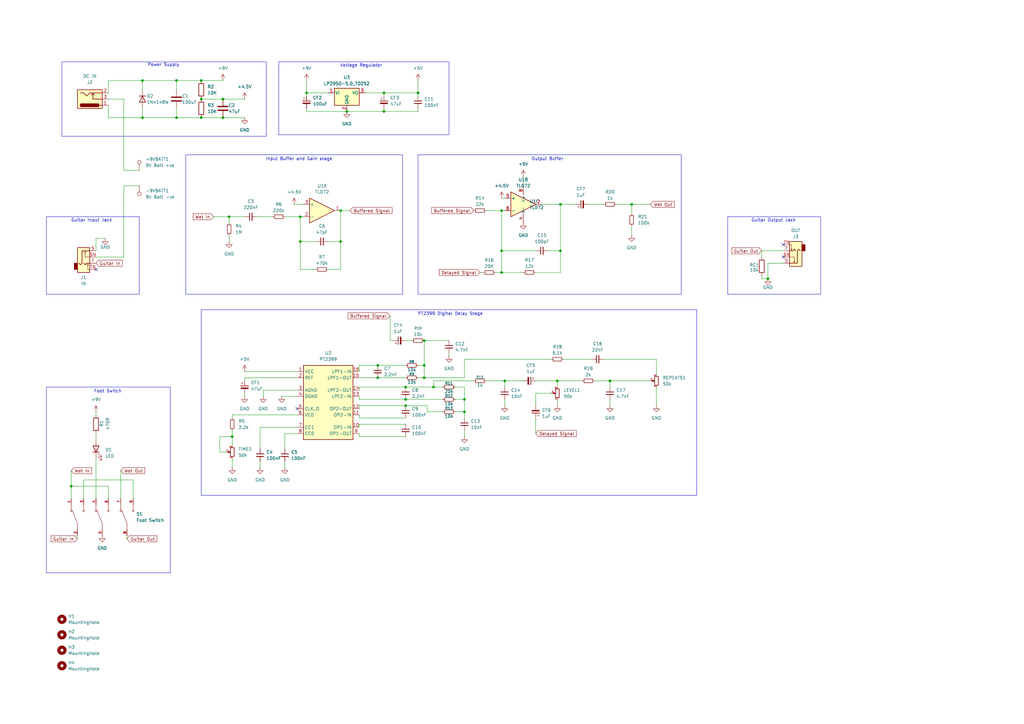
<source format=kicad_sch>
(kicad_sch (version 20250114) (generator "eeschema") (generator_version "9.0")
  (paper "A3")
  (title_block (title "Delay") (rev "1"))
  (lib_symbols
    (symbol "(3PDT) Footswitch:FS57003PLT2B2M2QE" (pin_names (offset 1.016))
      (property "Reference" "S" (at -2.54 15.24 0))
      (property "Value" "FS57003PLT2B2M2QE" (at -2.54 -15.24 0))
      (symbol "FS57003PLT2B2M2QE_0_0"
        (pin passive line (at -7.62 10.16 0) (length 2.54) (name "~") (number "2"))
        (pin passive line (at -7.62 0 0) (length 2.54) (name "~") (number "5"))
        (pin passive line (at -7.62 -10.16 0) (length 2.54) (name "~") (number "8"))
        (pin passive line (at 7.62 12.7 180) (length 2.54) (name "~") (number "1"))
        (pin passive line (at 7.62 7.62 180) (length 2.54) (name "~") (number "3"))
        (pin passive line (at 7.62 2.54 180) (length 2.54) (name "~") (number "4"))
        (pin passive line (at 7.62 -2.54 180) (length 2.54) (name "~") (number "6"))
        (pin passive line (at 7.62 -7.62 180) (length 2.54) (name "~") (number "7"))
        (pin passive line (at 7.62 -12.7 180) (length 2.54) (name "~") (number "9"))
      )
    )
    (symbol "Amplifier_Operational:TL072" (pin_names (offset 0.127))
      (property "Reference" "U" (at 0 5.08 0))
      (property "Value" "TL072" (at 0 -5.08 0))
      (symbol "TL072_1_1"
        (pin input line (at -7.62 2.54 0) (length 2.54) (name "+") (number "3"))
        (pin input line (at -7.62 -2.54 0) (length 2.54) (name "-") (number "2"))
        (pin output line (at 7.62 0 180) (length 2.54) (name "~") (number "1"))
      )
      (symbol "TL072_2_1"
        (pin input line (at -7.62 2.54 0) (length 2.54) (name "+") (number "5"))
        (pin input line (at -7.62 -2.54 0) (length 2.54) (name "-") (number "6"))
        (pin output line (at 7.62 0 180) (length 2.54) (name "~") (number "7"))
      )
      (symbol "TL072_3_1"
        (pin power_in line (at -2.54 7.62 270) (length 3.81) (name "V+") (number "8"))
        (pin power_in line (at -2.54 -7.62 90) (length 3.81) (name "V-") (number "4"))
      )
    )
    (symbol "Audio:PT2399"
      (property "Reference" "U" (at 0 17.78 0))
      (property "Value" "PT2399" (at 0 -17.78 0))
      (symbol "PT2399_1_1"
        (pin power_in line (at -12.7 12.7 0) (length 2.54) (name "VCC") (number "1"))
        (pin passive line (at -12.7 10.16 0) (length 2.54) (name "REF") (number "2"))
        (pin power_in line (at -12.7 5.08 0) (length 2.54) (name "AGND") (number "3"))
        (pin power_in line (at -12.7 2.54 0) (length 2.54) (name "DGND") (number "4"))
        (pin passive line (at -12.7 -2.54 0) (length 2.54) (name "CLK_O") (number "5"))
        (pin passive line (at -12.7 -5.08 0) (length 2.54) (name "VCO") (number "6"))
        (pin passive line (at -12.7 -10.16 0) (length 2.54) (name "CC1") (number "7"))
        (pin passive line (at -12.7 -12.7 0) (length 2.54) (name "CC0") (number "8"))
        (pin input line (at 12.7 12.7 180) (length 2.54) (name "LPF1-IN") (number "16"))
        (pin output line (at 12.7 10.16 180) (length 2.54) (name "LPF1-OUT") (number "15"))
        (pin output line (at 12.7 5.08 180) (length 2.54) (name "LPF2-OUT") (number "14"))
        (pin input line (at 12.7 2.54 180) (length 2.54) (name "LPF2-IN") (number "13"))
        (pin output line (at 12.7 -2.54 180) (length 2.54) (name "OP2-OUT") (number "12"))
        (pin input line (at 12.7 -5.08 180) (length 2.54) (name "OP2-IN") (number "11"))
        (pin input line (at 12.7 -10.16 180) (length 2.54) (name "OP1-IN") (number "10"))
        (pin output line (at 12.7 -12.7 180) (length 2.54) (name "OP1-OUT") (number "9"))
      )
    )
    (symbol "Connector:Barrel_Jack_Switch" (pin_names (hide yes))
      (property "Reference" "J" (at 0 5.334 0))
      (property "Value" "Barrel_Jack_Switch" (at 0 -5.08 0))
      (symbol "Barrel_Jack_Switch_1_1"
        (pin passive line (at 7.62 2.54 180) (length 2.54) (name "~") (number "1"))
        (pin passive line (at 7.62 0 180) (length 2.54) (name "~") (number "3"))
        (pin passive line (at 7.62 -2.54 180) (length 2.54) (name "~") (number "2"))
      )
    )
    (symbol "Connector:TestPoint" (pin_numbers (hide yes)) (pin_names (offset 0.762) (hide yes))
      (property "Reference" "TP" (at 0 6.858 0))
      (property "Value" "TestPoint" (at 0 5.08 0))
      (symbol "TestPoint_1_1"
        (pin passive line (at 0 0 90) (length 2.54) (name "1") (number "1"))
      )
    )
    (symbol "Connector_Audio:AudioJack2_Switch"
      (property "Reference" "J" (at 0 11.43 0))
      (property "Value" "AudioJack2_Switch" (at 0 8.89 0))
      (symbol "AudioJack2_Switch_1_1"
        (pin passive line (at 5.08 5.08 180) (length 2.54) (name "~") (number "S"))
        (pin passive line (at 5.08 2.54 180) (length 2.54) (name "~") (number "SN"))
        (pin passive line (at 5.08 0 180) (length 2.54) (name "~") (number "T"))
        (pin passive line (at 5.08 -2.54 180) (length 2.54) (name "~") (number "TN"))
      )
    )
    (symbol "Device:C" (pin_numbers (hide yes)) (pin_names (offset 0.254))
      (property "Reference" "C" (at 0.635 2.54 0))
      (property "Value" "C" (at 0.635 -2.54 0))
      (symbol "C_1_1"
        (pin passive line (at 0 3.81 270) (length 2.794) (name "~") (number "1"))
        (pin passive line (at 0 -3.81 90) (length 2.794) (name "~") (number "2"))
      )
    )
    (symbol "Device:C_Polarized_Small" (pin_numbers (hide yes)) (pin_names (offset 0.254) (hide yes))
      (property "Reference" "C" (at 0.254 1.778 0))
      (property "Value" "C_Polarized_Small" (at 0.254 -2.032 0))
      (symbol "C_Polarized_Small_1_1"
        (pin passive line (at 0 2.54 270) (length 1.8542) (name "~") (number "1"))
        (pin passive line (at 0 -2.54 90) (length 1.8542) (name "~") (number "2"))
      )
    )
    (symbol "Device:C_Small" (pin_numbers (hide yes)) (pin_names (offset 0.254) (hide yes))
      (property "Reference" "C" (at 0.254 1.778 0))
      (property "Value" "C_Small" (at 0.254 -2.032 0))
      (symbol "C_Small_1_1"
        (pin passive line (at 0 2.54 270) (length 2.032) (name "~") (number "1"))
        (pin passive line (at 0 -2.54 90) (length 2.032) (name "~") (number "2"))
      )
    )
    (symbol "Device:LED" (pin_numbers (hide yes)) (pin_names (offset 1.016) (hide yes))
      (property "Reference" "D" (at 0 2.54 0))
      (property "Value" "LED" (at 0 -2.54 0))
      (symbol "LED_1_1"
        (pin passive line (at -3.81 0 0) (length 2.54) (name "K") (number "1"))
        (pin passive line (at 3.81 0 180) (length 2.54) (name "A") (number "2"))
      )
    )
    (symbol "Device:R" (pin_numbers (hide yes)) (pin_names (offset 0))
      (property "Reference" "R" (at 2.032 0 90))
      (property "Value" "R" (at 0 0 90))
      (symbol "R_1_1"
        (pin passive line (at 0 3.81 270) (length 1.27) (name "~") (number "1"))
        (pin passive line (at 0 -3.81 90) (length 1.27) (name "~") (number "2"))
      )
    )
    (symbol "Device:R_Potentiometer_Small" (pin_names (offset 1.016) (hide yes))
      (property "Reference" "RV" (at -4.445 0 90))
      (property "Value" "R_Potentiometer_Small" (at -2.54 0 90))
      (symbol "R_Potentiometer_Small_1_1"
        (pin passive line (at 0 2.54 270) (length 0.635) (name "1") (number "1"))
        (pin passive line (at 0 -2.54 90) (length 0.635) (name "3") (number "3"))
        (pin passive line (at 2.54 0 180) (length 0.9906) (name "2") (number "2"))
      )
    )
    (symbol "Device:R_Small" (pin_numbers (hide yes)) (pin_names (offset 0.254) (hide yes))
      (property "Reference" "R" (at 0 0 90))
      (property "Value" "R_Small" (at 1.778 0 90))
      (symbol "R_Small_1_1"
        (pin passive line (at 0 2.54 270) (length 0.762) (name "~") (number "1"))
        (pin passive line (at 0 -2.54 90) (length 0.762) (name "~") (number "2"))
      )
    )
    (symbol "Diode:1N4148W" (pin_numbers (hide yes)) (pin_names (hide yes))
      (property "Reference" "D" (at 0 2.54 0))
      (property "Value" "1N4148W" (at 0 -2.54 0))
      (symbol "1N4148W_1_1"
        (pin passive line (at -3.81 0 0) (length 2.54) (name "K") (number "1"))
        (pin passive line (at 3.81 0 180) (length 2.54) (name "A") (number "2"))
      )
    )
    (symbol "Mechanical:MountingHole" (pin_names (offset 1.016)) (in_bom no)
      (property "Reference" "H" (at 0 5.08 0))
      (property "Value" "MountingHole" (at 0 3.175 0))
    )
    (symbol "Regulator_Linear:LP2950-5.0_TO252" (pin_names (offset 0.254))
      (property "Reference" "U" (at -3.81 3.175 0))
      (property "Value" "LP2950-5.0_TO252" (at 0 3.175 0))
      (symbol "LP2950-5.0_TO252_1_1"
        (pin power_in line (at -7.62 0 0) (length 2.54) (name "VI") (number "1"))
        (pin power_in line (at 0 -7.62 90) (length 2.54) (name "GND") (number "2"))
        (pin power_out line (at 7.62 0 180) (length 2.54) (name "VO") (number "3"))
      )
    )
    (symbol "power:+4V" (power) (pin_numbers (hide yes)) (pin_names (offset 0) (hide yes))
      (property "Value" "+4V" (at 0 3.556 0))
      (symbol "+4V_1_1"
        (pin power_in line (at 0 0 90) (length 0) (name "~") (number "1"))
      )
    )
    (symbol "power:+5V" (power) (pin_numbers (hide yes)) (pin_names (offset 0) (hide yes))
      (property "Value" "+5V" (at 0 3.556 0))
      (symbol "+5V_1_1"
        (pin power_in line (at 0 0 90) (length 0) (name "~") (number "1"))
      )
    )
    (symbol "power:+9V" (power) (pin_numbers (hide yes)) (pin_names (offset 0) (hide yes))
      (property "Value" "+9V" (at 0 3.556 0))
      (symbol "+9V_1_1"
        (pin power_in line (at 0 0 90) (length 0) (name "~") (number "1"))
      )
    )
    (symbol "power:GND" (power) (pin_numbers (hide yes)) (pin_names (offset 0) (hide yes))
      (property "Value" "GND" (at 0 -3.81 0))
      (symbol "GND_1_1"
        (pin power_in line (at 0 0 270) (length 0) (name "~") (number "1"))
      )
    )
  )
  (rectangle (start 19.05 88.9) (end 57.15 120.65))
  (rectangle (start 19.05 158.75) (end 69.85 234.95))
  (rectangle (start 171.45 63.5) (end 279.4 120.65))
  (rectangle (start 82.55 127) (end 285.75 203.2))
  (rectangle (start 76.2 63.5) (end 165.1 120.65))
  (rectangle (start 114.3 25.4) (end 184.15 55.245))
  (rectangle (start 25.4 25.4) (end 109.22 55.88))
  (rectangle (start 298.45 88.9) (end 336.55 120.65))
  (text "Guitar Output Jack" (at 317.246 90.424 0) (effects (font (size 1.27 1.27))))
  (text "Voltage Regulator\n" (at 148.082 26.924 0) (effects (font (size 1.27 1.27))))
  (text "Guitar Input Jack\n" (at 37.592 90.424 0) (effects (font (size 1.27 1.27))))
  (text "Foot Switch " (at 44.704 160.528 0) (effects (font (size 1.27 1.27))))
  (text "Power Supply" (at 67.056 26.67 0) (effects (font (size 1.27 1.27))))
  (text "Output Buffer\n" (at 224.536 65.278 0) (effects (font (size 1.27 1.27))))
  (text "Input Buffer and Gain stage\n" (at 122.682 65.278 0) (effects (font (size 1.27 1.27))))
  (text "PT2399 Digital Delay Stage" (at 184.658 128.778 0) (effects (font (size 1.27 1.27))))
  (junction (at 125.73 38.1))
  (junction (at 259.08 83.82))
  (junction (at 173.99 154.94))
  (junction (at 190.5 168.91))
  (junction (at 72.39 48.26))
  (junction (at 166.37 166.37))
  (junction (at 154.94 149.86))
  (junction (at 91.44 40.64))
  (junction (at 93.98 88.9))
  (junction (at 142.24 45.72))
  (junction (at 205.74 102.87))
  (junction (at 123.19 99.06))
  (junction (at 72.39 33.02))
  (junction (at 29.21 199.39))
  (junction (at 166.37 158.75))
  (junction (at 82.55 48.26))
  (junction (at 173.99 139.7))
  (junction (at 58.42 33.02))
  (junction (at 314.96 114.3))
  (junction (at 205.74 86.36))
  (junction (at 58.42 48.26))
  (junction (at 177.8 158.75))
  (junction (at 171.45 38.1))
  (junction (at 82.55 33.02))
  (junction (at 139.7 99.06))
  (junction (at 139.7 86.36))
  (junction (at 250.19 156.21))
  (junction (at 207.01 156.21))
  (junction (at 157.48 38.1))
  (junction (at 166.37 163.83))
  (junction (at 91.44 48.26))
  (junction (at 229.87 102.87))
  (junction (at 123.19 88.9))
  (junction (at 82.55 40.64))
  (junction (at 228.6 156.21))
  (junction (at 157.48 45.72))
  (junction (at 190.5 163.83))
  (junction (at 205.74 111.76))
  (junction (at 229.87 83.82))
  (junction (at 95.25 179.07))
  (junction (at 154.94 154.94))
  (junction (at 173.99 149.86))
  (no_connect (at 39.37 110.49))
  (no_connect (at 121.92 167.64))
  (no_connect (at 321.31 100.33))
  (no_connect (at 321.31 105.41))
  (wire (pts (xy 250.19 163.83) (xy 250.19 166.37)))
  (wire (pts (xy 269.24 147.32) (xy 269.24 153.67)))
  (wire (pts (xy 134.62 110.49) (xy 139.7 110.49)))
  (wire (pts (xy 154.94 154.94) (xy 166.37 154.94)))
  (wire (pts (xy 82.55 33.02) (xy 91.44 33.02)))
  (wire (pts (xy 107.95 160.02) (xy 121.92 160.02)))
  (wire (pts (xy 190.5 147.32) (xy 226.06 147.32)))
  (wire (pts (xy 72.39 44.45) (xy 72.39 48.26)))
  (wire (pts (xy 50.8 40.64) (xy 50.8 69.85)))
  (wire (pts (xy 203.2 111.76) (xy 205.74 111.76)))
  (wire (pts (xy 219.71 111.76) (xy 229.87 111.76)))
  (wire (pts (xy 231.14 147.32) (xy 242.57 147.32)))
  (wire (pts (xy 181.61 168.91) (xy 175.26 168.91)))
  (wire (pts (xy 171.45 38.1) (xy 171.45 33.02)))
  (wire (pts (xy 312.42 114.3) (xy 314.96 114.3)))
  (wire (pts (xy 173.99 149.86) (xy 173.99 154.94)))
  (wire (pts (xy 207.01 156.21) (xy 214.63 156.21)))
  (wire (pts (xy 147.32 149.86) (xy 154.94 149.86)))
  (wire (pts (xy 171.45 44.45) (xy 171.45 45.72)))
  (wire (pts (xy 39.37 177.8) (xy 39.37 180.34)))
  (wire (pts (xy 123.19 88.9) (xy 124.46 88.9)))
  (wire (pts (xy 90.17 185.42) (xy 90.17 179.07)))
  (wire (pts (xy 58.42 33.02) (xy 58.42 36.83)))
  (wire (pts (xy 44.45 38.1) (xy 44.45 33.02)))
  (wire (pts (xy 259.08 87.63) (xy 259.08 83.82)))
  (wire (pts (xy 312.42 102.87) (xy 312.42 105.41)))
  (wire (pts (xy 95.25 176.53) (xy 95.25 179.07)))
  (wire (pts (xy 129.54 110.49) (xy 123.19 110.49)))
  (wire (pts (xy 39.37 187.96) (xy 39.37 204.47)))
  (wire (pts (xy 196.85 111.76) (xy 198.12 111.76)))
  (wire (pts (xy 259.08 92.71) (xy 259.08 96.52)))
  (wire (pts (xy 228.6 158.75) (xy 228.6 156.21)))
  (wire (pts (xy 321.31 107.95) (xy 314.96 107.95)))
  (wire (pts (xy 125.73 45.72) (xy 142.24 45.72)))
  (wire (pts (xy 72.39 33.02) (xy 72.39 36.83)))
  (wire (pts (xy 91.44 48.26) (xy 100.33 48.26)))
  (wire (pts (xy 29.21 204.47) (xy 29.21 199.39)))
  (wire (pts (xy 82.55 48.26) (xy 91.44 48.26)))
  (wire (pts (xy 44.45 33.02) (xy 58.42 33.02)))
  (wire (pts (xy 171.45 38.1) (xy 171.45 39.37)))
  (wire (pts (xy 229.87 83.82) (xy 222.25 83.82)))
  (wire (pts (xy 93.98 96.52) (xy 93.98 99.06)))
  (wire (pts (xy 186.69 158.75) (xy 190.5 158.75)))
  (wire (pts (xy 173.99 149.86) (xy 171.45 149.86)))
  (wire (pts (xy 87.63 88.9) (xy 93.98 88.9)))
  (wire (pts (xy 95.25 170.18) (xy 95.25 171.45)))
  (wire (pts (xy 199.39 156.21) (xy 207.01 156.21)))
  (wire (pts (xy 157.48 44.45) (xy 157.48 45.72)))
  (wire (pts (xy 205.74 86.36) (xy 205.74 102.87)))
  (wire (pts (xy 166.37 139.7) (xy 168.91 139.7)))
  (wire (pts (xy 219.71 166.37) (xy 219.71 161.29)))
  (wire (pts (xy 142.24 45.72) (xy 157.48 45.72)))
  (wire (pts (xy 134.62 99.06) (xy 139.7 99.06)))
  (wire (pts (xy 190.5 163.83) (xy 190.5 168.91)))
  (wire (pts (xy 147.32 152.4) (xy 147.32 149.86)))
  (wire (pts (xy 228.6 156.21) (xy 238.76 156.21)))
  (wire (pts (xy 186.69 163.83) (xy 190.5 163.83)))
  (wire (pts (xy 214.63 111.76) (xy 205.74 111.76)))
  (wire (pts (xy 259.08 83.82) (xy 252.73 83.82)))
  (wire (pts (xy 139.7 86.36) (xy 139.7 99.06)))
  (wire (pts (xy 147.32 166.37) (xy 166.37 166.37)))
  (wire (pts (xy 29.21 199.39) (xy 29.21 193.04)))
  (wire (pts (xy 34.29 196.85) (xy 34.29 204.47)))
  (wire (pts (xy 82.55 40.64) (xy 91.44 40.64)))
  (wire (pts (xy 125.73 33.02) (xy 125.73 38.1)))
  (wire (pts (xy 116.84 189.23) (xy 116.84 191.77)))
  (wire (pts (xy 39.37 168.91) (xy 39.37 170.18)))
  (wire (pts (xy 116.84 88.9) (xy 123.19 88.9)))
  (wire (pts (xy 243.84 156.21) (xy 250.19 156.21)))
  (wire (pts (xy 100.33 154.94) (xy 121.92 154.94)))
  (wire (pts (xy 49.53 204.47) (xy 49.53 193.04)))
  (wire (pts (xy 205.74 102.87) (xy 205.74 111.76)))
  (wire (pts (xy 100.33 161.29) (xy 100.33 162.56)))
  (wire (pts (xy 160.02 129.54) (xy 160.02 139.7)))
  (wire (pts (xy 175.26 166.37) (xy 166.37 166.37)))
  (wire (pts (xy 116.84 177.8) (xy 121.92 177.8)))
  (wire (pts (xy 120.65 83.82) (xy 124.46 83.82)))
  (wire (pts (xy 166.37 163.83) (xy 181.61 163.83)))
  (wire (pts (xy 229.87 102.87) (xy 229.87 111.76)))
  (wire (pts (xy 177.8 156.21) (xy 194.31 156.21)))
  (wire (pts (xy 229.87 83.82) (xy 229.87 102.87)))
  (wire (pts (xy 44.45 48.26) (xy 58.42 48.26)))
  (wire (pts (xy 125.73 38.1) (xy 125.73 39.37)))
  (wire (pts (xy 177.8 158.75) (xy 181.61 158.75)))
  (wire (pts (xy 93.98 88.9) (xy 100.33 88.9)))
  (wire (pts (xy 147.32 158.75) (xy 166.37 158.75)))
  (wire (pts (xy 72.39 33.02) (xy 82.55 33.02)))
  (wire (pts (xy 157.48 38.1) (xy 171.45 38.1)))
  (wire (pts (xy 190.5 168.91) (xy 190.5 171.45)))
  (wire (pts (xy 129.54 99.06) (xy 123.19 99.06)))
  (wire (pts (xy 90.17 179.07) (xy 95.25 179.07)))
  (wire (pts (xy 58.42 48.26) (xy 72.39 48.26)))
  (wire (pts (xy 52.07 220.98) (xy 52.07 219.71)))
  (wire (pts (xy 173.99 139.7) (xy 173.99 149.86)))
  (wire (pts (xy 139.7 99.06) (xy 139.7 110.49)))
  (wire (pts (xy 50.8 76.2) (xy 50.8 105.41)))
  (wire (pts (xy 58.42 33.02) (xy 72.39 33.02)))
  (wire (pts (xy 173.99 139.7) (xy 184.15 139.7)))
  (wire (pts (xy 34.29 196.85) (xy 54.61 196.85)))
  (wire (pts (xy 125.73 38.1) (xy 134.62 38.1)))
  (wire (pts (xy 39.37 97.79) (xy 39.37 102.87)))
  (wire (pts (xy 205.74 81.28) (xy 207.01 81.28)))
  (wire (pts (xy 175.26 168.91) (xy 175.26 166.37)))
  (wire (pts (xy 54.61 196.85) (xy 54.61 204.47)))
  (wire (pts (xy 100.33 156.21) (xy 100.33 154.94)))
  (wire (pts (xy 72.39 48.26) (xy 82.55 48.26)))
  (wire (pts (xy 147.32 163.83) (xy 147.32 162.56)))
  (wire (pts (xy 154.94 149.86) (xy 166.37 149.86)))
  (wire (pts (xy 147.32 154.94) (xy 154.94 154.94)))
  (wire (pts (xy 50.8 69.85) (xy 57.15 69.85)))
  (wire (pts (xy 186.69 168.91) (xy 190.5 168.91)))
  (wire (pts (xy 107.95 162.56) (xy 107.95 160.02)))
  (wire (pts (xy 143.51 86.36) (xy 139.7 86.36)))
  (wire (pts (xy 207.01 158.75) (xy 207.01 156.21)))
  (wire (pts (xy 116.84 184.15) (xy 116.84 177.8)))
  (wire (pts (xy 224.79 102.87) (xy 229.87 102.87)))
  (wire (pts (xy 50.8 105.41) (xy 39.37 105.41)))
  (wire (pts (xy 147.32 179.07) (xy 166.37 179.07)))
  (wire (pts (xy 147.32 177.8) (xy 147.32 179.07)))
  (wire (pts (xy 312.42 114.3) (xy 312.42 113.03)))
  (wire (pts (xy 214.63 72.39) (xy 214.63 76.2)))
  (wire (pts (xy 219.71 102.87) (xy 205.74 102.87)))
  (wire (pts (xy 219.71 171.45) (xy 219.71 177.8)))
  (wire (pts (xy 123.19 110.49) (xy 123.19 99.06)))
  (wire (pts (xy 241.3 83.82) (xy 247.65 83.82)))
  (wire (pts (xy 105.41 88.9) (xy 111.76 88.9)))
  (wire (pts (xy 166.37 158.75) (xy 177.8 158.75)))
  (wire (pts (xy 95.25 187.96) (xy 95.25 191.77)))
  (wire (pts (xy 173.99 154.94) (xy 171.45 154.94)))
  (wire (pts (xy 219.71 156.21) (xy 228.6 156.21)))
  (wire (pts (xy 31.75 220.98) (xy 31.75 219.71)))
  (wire (pts (xy 259.08 83.82) (xy 266.7 83.82)))
  (wire (pts (xy 121.92 175.26) (xy 106.68 175.26)))
  (wire (pts (xy 147.32 166.37) (xy 147.32 167.64)))
  (wire (pts (xy 160.02 139.7) (xy 161.29 139.7)))
  (wire (pts (xy 147.32 158.75) (xy 147.32 160.02)))
  (wire (pts (xy 250.19 156.21) (xy 250.19 158.75)))
  (wire (pts (xy 115.57 162.56) (xy 121.92 162.56)))
  (wire (pts (xy 147.32 173.99) (xy 147.32 175.26)))
  (wire (pts (xy 184.15 144.78) (xy 184.15 146.05)))
  (wire (pts (xy 100.33 152.4) (xy 121.92 152.4)))
  (wire (pts (xy 106.68 175.26) (xy 106.68 184.15)))
  (wire (pts (xy 147.32 171.45) (xy 166.37 171.45)))
  (wire (pts (xy 199.39 86.36) (xy 205.74 86.36)))
  (wire (pts (xy 58.42 48.26) (xy 58.42 44.45)))
  (wire (pts (xy 50.8 76.2) (xy 57.15 76.2)))
  (wire (pts (xy 247.65 147.32) (xy 269.24 147.32)))
  (wire (pts (xy 39.37 97.79) (xy 43.18 97.79)))
  (wire (pts (xy 123.19 88.9) (xy 123.19 99.06)))
  (wire (pts (xy 177.8 158.75) (xy 177.8 156.21)))
  (wire (pts (xy 269.24 158.75) (xy 269.24 166.37)))
  (wire (pts (xy 90.17 185.42) (xy 92.71 185.42)))
  (wire (pts (xy 91.44 40.64) (xy 100.33 40.64)))
  (wire (pts (xy 190.5 158.75) (xy 190.5 163.83)))
  (wire (pts (xy 147.32 163.83) (xy 166.37 163.83)))
  (wire (pts (xy 219.71 161.29) (xy 226.06 161.29)))
  (wire (pts (xy 50.8 40.64) (xy 44.45 40.64)))
  (wire (pts (xy 190.5 154.94) (xy 190.5 147.32)))
  (wire (pts (xy 125.73 44.45) (xy 125.73 45.72)))
  (wire (pts (xy 190.5 176.53) (xy 190.5 179.07)))
  (wire (pts (xy 228.6 166.37) (xy 228.6 163.83)))
  (wire (pts (xy 207.01 163.83) (xy 207.01 166.37)))
  (wire (pts (xy 44.45 204.47) (xy 44.45 199.39)))
  (wire (pts (xy 205.74 86.36) (xy 207.01 86.36)))
  (wire (pts (xy 106.68 189.23) (xy 106.68 191.77)))
  (wire (pts (xy 157.48 45.72) (xy 171.45 45.72)))
  (wire (pts (xy 312.42 102.87) (xy 321.31 102.87)))
  (wire (pts (xy 149.86 38.1) (xy 157.48 38.1)))
  (wire (pts (xy 173.99 154.94) (xy 190.5 154.94)))
  (wire (pts (xy 314.96 107.95) (xy 314.96 114.3)))
  (wire (pts (xy 266.7 156.21) (xy 250.19 156.21)))
  (wire (pts (xy 93.98 91.44) (xy 93.98 88.9)))
  (wire (pts (xy 147.32 173.99) (xy 166.37 173.99)))
  (wire (pts (xy 44.45 199.39) (xy 29.21 199.39)))
  (wire (pts (xy 229.87 83.82) (xy 236.22 83.82)))
  (wire (pts (xy 44.45 43.18) (xy 44.45 48.26)))
  (wire (pts (xy 157.48 38.1) (xy 157.48 39.37)))
  (wire (pts (xy 147.32 170.18) (xy 147.32 171.45)))
  (wire (pts (xy 95.25 179.07) (xy 95.25 182.88)))
  (wire (pts (xy 95.25 170.18) (xy 121.92 170.18)))
  (global_label "Guitar In" (shape input) (at 39.37 107.95 0) (property "Intersheetrefs" "${INTERSHEET_REFS}" (effects (hide yes))))
  (global_label "Wet Out" (shape input) (at 266.7 83.82 0) (property "Intersheetrefs" "${INTERSHEET_REFS}" (effects (hide yes))))
  (global_label "Delayed Signal" (shape input) (at 196.85 111.76 180) (property "Intersheetrefs" "${INTERSHEET_REFS}" (effects (hide yes))))
  (global_label "Guitar Out" (shape input) (at 52.07 220.98 0) (property "Intersheetrefs" "${INTERSHEET_REFS}" (effects (hide yes))))
  (global_label "Buffered Signal" (shape input) (at 160.02 129.54 180) (property "Intersheetrefs" "${INTERSHEET_REFS}" (effects (hide yes))))
  (global_label "Wet Out" (shape input) (at 49.53 193.04 0) (property "Intersheetrefs" "${INTERSHEET_REFS}" (effects (hide yes))))
  (global_label "Buffered Signal" (shape input) (at 143.51 86.36 0) (property "Intersheetrefs" "${INTERSHEET_REFS}" (effects (hide yes))))
  (global_label "Buffered Signal" (shape input) (at 194.31 86.36 180) (property "Intersheetrefs" "${INTERSHEET_REFS}" (effects (hide yes))))
  (global_label "Wet In" (shape input) (at 29.21 193.04 0) (property "Intersheetrefs" "${INTERSHEET_REFS}" (effects (hide yes))))
  (global_label "Guitar In" (shape input) (at 31.75 220.98 180) (property "Intersheetrefs" "${INTERSHEET_REFS}" (effects (hide yes))))
  (global_label "Guitar Out" (shape input) (at 312.42 102.87 180) (property "Intersheetrefs" "${INTERSHEET_REFS}" (effects (hide yes))))
  (global_label "Wet In" (shape input) (at 87.63 88.9 180) (property "Intersheetrefs" "${INTERSHEET_REFS}" (effects (hide yes))))
  (global_label "Delayed Signal" (shape input) (at 219.71 177.8 0) (property "Intersheetrefs" "${INTERSHEET_REFS}" (effects (hide yes))))
  (symbol (lib_id "Device:R_Potentiometer_Small") (at 228.6 161.29 180) (unit 1)
    (property "Reference" "LEVEL1" (at 231.14 160.02 0) (effects (justify right)))
    (property "Value" "50k" (at 231.14 162.5599 0) (effects (justify right)))
    (property "Footprint" "Potentiometer_THT:Potentiometer_RK097_Single_Vertical" (effects (hide yes)))
    (property "Description" "Potentiometer" (effects (hide yes)))
  )
  (symbol (lib_id "Device:R_Small") (at 259.08 90.17 0) (unit 1)
    (property "Reference" "R21" (at 261.62 88.8999 0) (effects (justify left)))
    (property "Value" "100k" (at 261.62 91.4399 0) (effects (justify left)))
    (property "Footprint" "Resistor_SMD:R_0603_1608Metric" (effects (hide yes)))
    (property "Description" "Resistor, small symbol" (effects (hide yes)))
  )
  (symbol (lib_id "Device:R_Small") (at 217.17 111.76 270) (unit 1)
    (property "Reference" "R17" (at 217.17 106.68 90))
    (property "Value" "12k" (at 217.17 109.22 90))
    (property "Footprint" "Resistor_SMD:R_0603_1608Metric" (effects (hide yes)))
    (property "Description" "Resistor, small symbol" (effects (hide yes)))
  )
  (symbol (lib_id "power:GND") (at 142.24 45.72 0) (unit 1)
    (property "Reference" "#PWR017" (effects (hide yes)))
    (property "Value" "GND" (at 142.24 50.8 0))
    (property "Description" "Power symbol creates a global label with name \"GND\" , ground" (effects (hide yes)))
  )
  (symbol (lib_id "Device:R_Small") (at 168.91 154.94 270) (unit 1)
    (property "Reference" "R9" (at 168.91 153.416 90) (effects (font (size 1.016 1.016))))
    (property "Value" "10k" (at 168.91 156.718 90))
    (property "Footprint" "Resistor_SMD:R_0603_1608Metric" (effects (hide yes)))
    (property "Description" "Resistor, small symbol" (effects (hide yes)))
  )
  (symbol (lib_id "Diode:1N4148W") (at 58.42 40.64 270) (unit 1)
    (property "Reference" "D2" (at 60.198 39.37 90) (effects (justify left)))
    (property "Value" "1N4148W" (at 60.198 41.91 90) (effects (justify left)))
    (property "Footprint" "Diode_SMD:D_SOD-123" (effects (hide yes)))
    (property "Datasheet" "https://www.vishay.com/docs/85748/1n4148w.pdf" (effects (hide yes)))
    (property "Description" "75V 0.15A Fast Switching Diode, SOD-123" (effects (hide yes)))
    (property "Sim.Device" "D" (effects (hide yes)))
    (property "Sim.Pins" "1=K 2=A" (effects (hide yes)))
  )
  (symbol (lib_id "Device:R_Small") (at 241.3 156.21 270) (unit 1)
    (property "Reference" "R19" (at 241.3 151.13 90))
    (property "Value" "2k" (at 241.3 153.67 90))
    (property "Footprint" "Resistor_SMD:R_0603_1608Metric" (effects (hide yes)))
    (property "Description" "Resistor, small symbol" (effects (hide yes)))
  )
  (symbol (lib_id "power:GND") (at 228.6 166.37 0) (unit 1)
    (property "Reference" "#PWR025" (effects (hide yes)))
    (property "Value" "GND" (at 228.6 171.45 0))
    (property "Description" "Power symbol creates a global label with name \"GND\" , ground" (effects (hide yes)))
  )
  (symbol (lib_id "power:GND") (at 250.19 166.37 0) (unit 1)
    (property "Reference" "#PWR026" (effects (hide yes)))
    (property "Value" "GND" (at 250.19 171.45 0))
    (property "Description" "Power symbol creates a global label with name \"GND\" , ground" (effects (hide yes)))
  )
  (symbol (lib_id "Device:R_Small") (at 114.3 88.9 270) (unit 1)
    (property "Reference" "R6" (at 114.3 83.82 90))
    (property "Value" "220k" (at 114.3 86.36 90))
    (property "Footprint" "Resistor_SMD:R_0603_1608Metric" (effects (hide yes)))
    (property "Description" "Resistor, small symbol" (effects (hide yes)))
  )
  (symbol (lib_id "Device:R") (at 82.55 36.83 0) (unit 1)
    (property "Reference" "R2" (at 85.09 35.5599 0) (effects (justify left)))
    (property "Value" "10K" (at 85.09 38.0999 0) (effects (justify left)))
    (property "Footprint" "Resistor_SMD:R_0603_1608Metric" (effects (hide yes)))
    (property "Description" "Resistor" (effects (hide yes)))
  )
  (symbol (lib_id "Device:R_Small") (at 184.15 163.83 270) (unit 1)
    (property "Reference" "R12" (at 184.15 162.306 90) (effects (font (size 1.016 1.016))))
    (property "Value" "10k" (at 184.15 165.608 90))
    (property "Footprint" "Resistor_SMD:R_0603_1608Metric" (effects (hide yes)))
    (property "Description" "Resistor, small symbol" (effects (hide yes)))
  )
  (symbol (lib_id "power:+9V") (at 214.63 72.39 0) (unit 1)
    (property "Reference" "#PWR023" (effects (hide yes)))
    (property "Value" "+9V" (at 214.63 67.31 0))
    (property "Description" "Power symbol creates a global label with name \"+9V\"" (effects (hide yes)))
  )
  (symbol (lib_id "Device:R") (at 82.55 44.45 0) (unit 1)
    (property "Reference" "R3" (at 85.09 43.1799 0) (effects (justify left)))
    (property "Value" "10K" (at 85.09 45.7199 0) (effects (justify left)))
    (property "Footprint" "Resistor_SMD:R_0603_1608Metric" (effects (hide yes)))
    (property "Description" "Resistor" (effects (hide yes)))
  )
  (symbol (lib_id "Device:R_Small") (at 184.15 168.91 270) (unit 1)
    (property "Reference" "R13" (at 184.15 167.386 90) (effects (font (size 1.016 1.016))))
    (property "Value" "10k" (at 184.15 170.688 90))
    (property "Footprint" "Resistor_SMD:R_0603_1608Metric" (effects (hide yes)))
    (property "Description" "Resistor, small symbol" (effects (hide yes)))
  )
  (symbol (lib_id "power:GND") (at 214.63 91.44 0) (unit 1)
    (property "Reference" "#PWR024" (effects (hide yes)))
    (property "Value" "GND" (at 214.63 96.52 0))
    (property "Description" "Power symbol creates a global label with name \"GND\" , ground" (effects (hide yes)))
  )
  (symbol (lib_id "Device:R_Small") (at 95.25 173.99 180) (unit 1)
    (property "Reference" "R5" (at 97.79 172.7199 0) (effects (justify right)))
    (property "Value" "2.2k" (at 97.79 175.2599 0) (effects (justify right)))
    (property "Footprint" "Resistor_SMD:R_0603_1608Metric" (effects (hide yes)))
    (property "Description" "Resistor, small symbol" (effects (hide yes)))
  )
  (symbol (lib_id "Amplifier_Operational:TL072") (at 217.17 83.82 0) (unit 3)
    (property "Reference" "U1" (at 217.17 82.55 0) (effects (justify left)))
    (property "Value" "TL072" (at 217.17 85.09 0) (effects (justify left)))
    (property "Footprint" "Package_SO:SOIC-8_5.3x6.2mm_P1.27mm" (effects (hide yes)))
    (property "Datasheet" "http://www.ti.com/lit/ds/symlink/tl071.pdf" (effects (hide yes)))
    (property "Description" "Dual Low-Noise JFET-Input Operational Amplifiers, DIP-8/SOIC-8" (effects (hide yes)))
  )
  (symbol (lib_id "Device:R_Small") (at 168.91 149.86 270) (unit 1)
    (property "Reference" "R8" (at 168.91 148.336 90) (effects (font (size 1.016 1.016))))
    (property "Value" "10k" (at 168.91 151.638 90))
    (property "Footprint" "Resistor_SMD:R_0603_1608Metric" (effects (hide yes)))
    (property "Description" "Resistor, small symbol" (effects (hide yes)))
  )
  (symbol (lib_id "Device:C_Small") (at 166.37 168.91 0) (unit 1)
    (property "Reference" "C9" (at 168.91 167.6462 0) (effects (justify left)))
    (property "Value" "100nF" (at 168.91 170.1862 0) (effects (justify left)))
    (property "Footprint" "Capacitor_SMD:C_0603_1608Metric" (effects (hide yes)))
    (property "Description" "Unpolarized capacitor, small symbol" (effects (hide yes)))
  )
  (symbol (lib_id "power:+4V") (at 205.74 81.28 0) (unit 1)
    (property "Reference" "#PWR021" (effects (hide yes)))
    (property "Value" "+4.5V" (at 205.74 76.2 0))
    (property "Description" "Power symbol creates a global label with name \"+4V\"" (effects (hide yes)))
  )
  (symbol (lib_id "Mechanical:MountingHole") (at 25.4 273.05 0) (unit 1) (in_bom no)
    (property "Reference" "H4" (at 27.94 271.7799 0) (effects (justify left)))
    (property "Value" "MountingHole" (at 27.94 274.3199 0) (effects (justify left)))
    (property "Footprint" "MountingHole:MountingHole_3.2mm_M3_Pad_Via" (effects (hide yes)))
    (property "Description" "Mounting Hole without connection" (effects (hide yes)))
  )
  (symbol (lib_id "power:GND") (at 314.96 114.3 0) (unit 1)
    (property "Reference" "#PWR029" (effects (hide yes)))
    (property "Value" "GND" (at 314.96 117.856 0))
    (property "Description" "Power symbol creates a global label with name \"GND\" , ground" (effects (hide yes)))
  )
  (symbol (lib_id "power:GND") (at 184.15 146.05 0) (unit 1)
    (property "Reference" "#PWR019" (effects (hide yes)))
    (property "Value" "GND" (at 184.15 151.13 0))
    (property "Description" "Power symbol creates a global label with name \"GND\" , ground" (effects (hide yes)))
  )
  (symbol (lib_id "Device:R_Small") (at 228.6 147.32 270) (unit 1)
    (property "Reference" "R18" (at 228.6 142.24 90))
    (property "Value" "5.1k" (at 228.6 144.78 90))
    (property "Footprint" "Resistor_SMD:R_0603_1608Metric" (effects (hide yes)))
    (property "Description" "Resistor, small symbol" (effects (hide yes)))
  )
  (symbol (lib_id "power:GND") (at 190.5 179.07 0) (unit 1)
    (property "Reference" "#PWR020" (effects (hide yes)))
    (property "Value" "GND" (at 190.5 184.15 0))
    (property "Description" "Power symbol creates a global label with name \"GND\" , ground" (effects (hide yes)))
  )
  (symbol (lib_id "Device:C_Small") (at 116.84 186.69 0) (unit 1)
    (property "Reference" "C5" (at 119.38 185.4262 0) (effects (justify left)))
    (property "Value" "100nF" (at 119.38 187.9662 0) (effects (justify left)))
    (property "Footprint" "Capacitor_SMD:C_0603_1608Metric" (effects (hide yes)))
    (property "Description" "Unpolarized capacitor, small symbol" (effects (hide yes)))
  )
  (symbol (lib_id "Device:R_Small") (at 250.19 83.82 270) (unit 1)
    (property "Reference" "R20" (at 250.19 78.74 90))
    (property "Value" "1k" (at 250.19 81.28 90))
    (property "Footprint" "Resistor_SMD:R_0603_1608Metric" (effects (hide yes)))
    (property "Description" "Resistor, small symbol" (effects (hide yes)))
  )
  (symbol (lib_id "Device:C_Small") (at 184.15 142.24 0) (unit 1)
    (property "Reference" "C12" (at 186.69 140.9762 0) (effects (justify left)))
    (property "Value" "4.7nF" (at 186.69 143.5162 0) (effects (justify left)))
    (property "Footprint" "Capacitor_SMD:C_0603_1608Metric" (effects (hide yes)))
    (property "Description" "Unpolarized capacitor, small symbol" (effects (hide yes)))
  )
  (symbol (lib_id "Mechanical:MountingHole") (at 25.4 254 0) (unit 1) (in_bom no)
    (property "Reference" "H1" (at 27.94 252.7299 0) (effects (justify left)))
    (property "Value" "MountingHole" (at 27.94 255.2699 0) (effects (justify left)))
    (property "Footprint" "MountingHole:MountingHole_3.2mm_M3_Pad_Via" (effects (hide yes)))
    (property "Description" "Mounting Hole without connection" (effects (hide yes)))
  )
  (symbol (lib_id "Device:R_Small") (at 132.08 110.49 270) (unit 1)
    (property "Reference" "R7" (at 132.08 105.41 90))
    (property "Value" "470k" (at 132.08 107.95 90))
    (property "Footprint" "Resistor_SMD:R_0603_1608Metric" (effects (hide yes)))
    (property "Description" "Resistor, small symbol" (effects (hide yes)))
  )
  (symbol (lib_id "power:+5V") (at 100.33 152.4 0) (unit 1)
    (property "Reference" "#PWR09" (effects (hide yes)))
    (property "Value" "+5V" (at 100.33 147.32 0))
    (property "Description" "Power symbol creates a global label with name \"+5V\"" (effects (hide yes)))
  )
  (symbol (lib_id "Device:R_Small") (at 93.98 93.98 180) (unit 1)
    (property "Reference" "R4" (at 96.52 92.7099 0) (effects (justify right)))
    (property "Value" "1M" (at 96.52 95.2499 0) (effects (justify right)))
    (property "Footprint" "Resistor_SMD:R_0603_1608Metric" (effects (hide yes)))
    (property "Description" "Resistor, small symbol" (effects (hide yes)))
  )
  (symbol (lib_id "power:GND") (at 259.08 96.52 0) (unit 1)
    (property "Reference" "#PWR027" (effects (hide yes)))
    (property "Value" "GND" (at 259.08 101.6 0))
    (property "Description" "Power symbol creates a global label with name \"GND\" , ground" (effects (hide yes)))
  )
  (symbol (lib_id "Device:C_Small") (at 245.11 147.32 90) (unit 1)
    (property "Reference" "C16" (at 245.1163 140.97 90))
    (property "Value" "22nF" (at 245.1163 143.51 90))
    (property "Footprint" "Capacitor_SMD:C_0603_1608Metric" (effects (hide yes)))
    (property "Description" "Unpolarized capacitor, small symbol" (effects (hide yes)))
  )
  (symbol (lib_id "Amplifier_Operational:TL072") (at 132.08 86.36 0) (unit 1)
    (property "Reference" "U1" (at 132.08 76.2 0))
    (property "Value" "TL072" (at 132.08 78.74 0))
    (property "Footprint" "Package_SO:SOIC-8_5.3x6.2mm_P1.27mm" (effects (hide yes)))
    (property "Datasheet" "http://www.ti.com/lit/ds/symlink/tl071.pdf" (effects (hide yes)))
    (property "Description" "Dual Low-Noise JFET-Input Operational Amplifiers, DIP-8/SOIC-8" (effects (hide yes)))
  )
  (symbol (lib_id "Connector_Audio:AudioJack2_Switch") (at 326.39 102.87 180) (unit 1)
    (property "Reference" "J3" (at 326.39 97.028 0))
    (property "Value" "OUT" (at 326.39 94.488 0))
    (property "Footprint" "Connector_Audio:Jack_6.35mm_Neutrik_NMJ6HFD2_Horizontal" (effects (hide yes)))
    (property "Description" "Audio Jack, 2 Poles (Mono / TS), Switched Pole (Normalling)" (effects (hide yes)))
  )
  (symbol (lib_id "power:+4V") (at 100.33 40.64 0) (unit 1)
    (property "Reference" "#PWR07" (effects (hide yes)))
    (property "Value" "+4.5V" (at 100.33 35.56 0))
    (property "Description" "Power symbol creates a global label with name \"+4V\"" (effects (hide yes)))
  )
  (symbol (lib_id "Device:R_Potentiometer_Small") (at 269.24 156.21 180) (unit 1)
    (property "Reference" "REPEATS1" (at 271.78 154.94 0) (effects (justify right)))
    (property "Value" "50k" (at 271.78 157.4799 0) (effects (justify right)))
    (property "Footprint" "Potentiometer_THT:Potentiometer_RK097_Single_Vertical" (effects (hide yes)))
    (property "Description" "Potentiometer" (effects (hide yes)))
  )
  (symbol (lib_id "Device:C_Small") (at 250.19 161.29 0) (unit 1)
    (property "Reference" "C17" (at 252.73 160.0262 0) (effects (justify left)))
    (property "Value" "4.7nF" (at 252.73 162.5662 0) (effects (justify left)))
    (property "Footprint" "Capacitor_SMD:C_0603_1608Metric" (effects (hide yes)))
    (property "Description" "Unpolarized capacitor, small symbol" (effects (hide yes)))
  )
  (symbol (lib_id "power:+4V") (at 120.65 83.82 0) (unit 1)
    (property "Reference" "#PWR015" (effects (hide yes)))
    (property "Value" "+4.5V" (at 120.65 78.74 0))
    (property "Description" "Power symbol creates a global label with name \"+4V\"" (effects (hide yes)))
  )
  (symbol (lib_id "Device:C_Polarized_Small") (at 238.76 83.82 90) (unit 1)
    (property "Reference" "CF7" (at 238.2139 77.47 90))
    (property "Value" "1uF" (at 238.2139 80.01 90))
    (property "Footprint" "Capacitor_SMD:CP_Elec_4x5.4" (effects (hide yes)))
    (property "Description" "Polarized capacitor, small symbol" (effects (hide yes)))
  )
  (symbol (lib_id "Device:C_Polarized_Small") (at 163.83 139.7 90) (unit 1)
    (property "Reference" "CF4" (at 163.2839 133.35 90))
    (property "Value" "1uF" (at 163.2839 135.89 90))
    (property "Footprint" "Capacitor_SMD:CP_Elec_4x5.4" (effects (hide yes)))
    (property "Description" "Polarized capacitor, small symbol" (effects (hide yes)))
  )
  (symbol (lib_id "Device:C_Small") (at 166.37 161.29 0) (unit 1)
    (property "Reference" "C8" (at 168.91 160.0262 0) (effects (justify left)))
    (property "Value" "2.2nF" (at 168.91 162.5662 0) (effects (justify left)))
    (property "Footprint" "Capacitor_SMD:C_0603_1608Metric" (effects (hide yes)))
    (property "Description" "Unpolarized capacitor, small symbol" (effects (hide yes)))
  )
  (symbol (lib_id "Device:C") (at 91.44 44.45 0) (unit 1)
    (property "Reference" "C2" (at 93.726 43.18 0) (effects (justify left)))
    (property "Value" "47uF" (at 93.726 45.72 0) (effects (justify left)))
    (property "Footprint" "Capacitor_SMD:C_1206_3216Metric" (effects (hide yes)))
    (property "Description" "Unpolarized capacitor" (effects (hide yes)))
  )
  (symbol (lib_id "Device:C_Small") (at 154.94 152.4 0) (unit 1)
    (property "Reference" "C7" (at 157.48 151.1362 0) (effects (justify left)))
    (property "Value" "2.2nF" (at 157.48 153.6762 0) (effects (justify left)))
    (property "Footprint" "Capacitor_SMD:C_0603_1608Metric" (effects (hide yes)))
    (property "Description" "Unpolarized capacitor, small symbol" (effects (hide yes)))
  )
  (symbol (lib_id "Mechanical:MountingHole") (at 25.4 266.7 0) (unit 1) (in_bom no)
    (property "Reference" "H3" (at 27.94 265.4299 0) (effects (justify left)))
    (property "Value" "MountingHole" (at 27.94 267.9699 0) (effects (justify left)))
    (property "Footprint" "MountingHole:MountingHole_3.2mm_M3_Pad_Via" (effects (hide yes)))
    (property "Description" "Mounting Hole without connection" (effects (hide yes)))
  )
  (symbol (lib_id "Device:R") (at 39.37 173.99 180) (unit 1)
    (property "Reference" "R1" (at 41.656 173.736 90))
    (property "Value" "470R" (at 44.196 173.736 90))
    (property "Footprint" "Resistor_SMD:R_0603_1608Metric" (effects (hide yes)))
    (property "Description" "Resistor" (effects (hide yes)))
  )
  (symbol (lib_id "Device:C_Polarized_Small") (at 125.73 41.91 0) (unit 1)
    (property "Reference" "CF2" (at 128.27 40.0938 0) (effects (justify left)))
    (property "Value" "100uF" (at 128.27 42.6338 0) (effects (justify left)))
    (property "Footprint" "Capacitor_SMD:CP_Elec_6.3x7.7" (effects (hide yes)))
    (property "Description" "Polarized capacitor, small symbol" (effects (hide yes)))
  )
  (symbol (lib_id "Device:C_Small") (at 132.08 99.06 90) (unit 1)
    (property "Reference" "C6" (at 132.0863 92.71 90))
    (property "Value" "47pF" (at 132.0863 95.25 90))
    (property "Footprint" "Capacitor_SMD:C_0603_1608Metric" (effects (hide yes)))
    (property "Description" "Unpolarized capacitor, small symbol" (effects (hide yes)))
  )
  (symbol (lib_id "Device:C_Small") (at 106.68 186.69 0) (unit 1)
    (property "Reference" "C4" (at 109.22 185.4262 0) (effects (justify left)))
    (property "Value" "100nF" (at 109.22 187.9662 0) (effects (justify left)))
    (property "Footprint" "Capacitor_SMD:C_0603_1608Metric" (effects (hide yes)))
    (property "Description" "Unpolarized capacitor, small symbol" (effects (hide yes)))
  )
  (symbol (lib_id "power:GND") (at 100.33 162.56 0) (unit 1)
    (property "Reference" "#PWR010" (effects (hide yes)))
    (property "Value" "GND" (at 100.33 167.64 0))
    (property "Description" "Power symbol creates a global label with name \"GND\" , ground" (effects (hide yes)))
  )
  (symbol (lib_id "power:+5V") (at 171.45 33.02 0) (unit 1)
    (property "Reference" "#PWR018" (effects (hide yes)))
    (property "Value" "+5V" (at 171.45 27.94 0))
    (property "Description" "Power symbol creates a global label with name \"+5V\"" (effects (hide yes)))
  )
  (symbol (lib_id "Connector:TestPoint") (at 57.15 76.2 180) (unit 1)
    (property "Reference" "-9VBATT1" (at 59.69 78.2319 0) (effects (justify right)))
    (property "Value" "9V Batt -ve" (at 59.69 80.7719 0) (effects (justify right)))
    (property "Footprint" "TestPoint:TestPoint_THTPad_2.5x2.5mm_Drill1.2mm" (effects (hide yes)))
    (property "Description" "test point" (effects (hide yes)))
  )
  (symbol (lib_id "Device:C") (at 72.39 40.64 0) (unit 1)
    (property "Reference" "C1" (at 74.676 39.37 0) (effects (justify left)))
    (property "Value" "100uF" (at 74.676 41.91 0) (effects (justify left)))
    (property "Footprint" "Capacitor_SMD:C_1206_3216Metric" (effects (hide yes)))
    (property "Description" "Unpolarized capacitor" (effects (hide yes)))
  )
  (symbol (lib_id "Device:C_Small") (at 207.01 161.29 0) (unit 1)
    (property "Reference" "C14" (at 209.55 160.0262 0) (effects (justify left)))
    (property "Value" "10nF" (at 209.55 162.5662 0) (effects (justify left)))
    (property "Footprint" "Capacitor_SMD:C_0603_1608Metric" (effects (hide yes)))
    (property "Description" "Unpolarized capacitor, small symbol" (effects (hide yes)))
  )
  (symbol (lib_id "Connector:Barrel_Jack_Switch") (at 36.83 40.64 0) (mirror x) (unit 1)
    (property "Reference" "J2" (at 36.83 33.782 0))
    (property "Value" "DC IN" (at 36.83 31.242 0))
    (property "Footprint" "Connector_BarrelJack:BarrelJack_GCT_DCJ200-10-A_Horizontal" (effects (hide yes)))
    (property "Description" "DC Barrel Jack with an internal switch" (effects (hide yes)))
  )
  (symbol (lib_id "Device:C_Polarized_Small") (at 100.33 158.75 0) (unit 1)
    (property "Reference" "CF1" (at 102.87 156.9338 0) (effects (justify left)))
    (property "Value" "47uF" (at 102.87 159.4738 0) (effects (justify left)))
    (property "Footprint" "Capacitor_SMD:CP_Elec_6.3x7.7" (effects (hide yes)))
    (property "Description" "Polarized capacitor, small symbol" (effects (hide yes)))
  )
  (symbol (lib_id "power:GND") (at 207.01 166.37 0) (unit 1)
    (property "Reference" "#PWR022" (effects (hide yes)))
    (property "Value" "GND" (at 207.01 171.45 0))
    (property "Description" "Power symbol creates a global label with name \"GND\" , ground" (effects (hide yes)))
  )
  (symbol (lib_id "Device:C_Small") (at 190.5 173.99 0) (unit 1)
    (property "Reference" "C13" (at 193.04 172.7262 0) (effects (justify left)))
    (property "Value" "10nF" (at 193.04 175.2662 0) (effects (justify left)))
    (property "Footprint" "Capacitor_SMD:C_0603_1608Metric" (effects (hide yes)))
    (property "Description" "Unpolarized capacitor, small symbol" (effects (hide yes)))
  )
  (symbol (lib_id "Device:R_Small") (at 171.45 139.7 90) (unit 1)
    (property "Reference" "R10" (at 171.45 134.62 90) (effects (font (size 1.016 1.016))))
    (property "Value" "10k" (at 171.45 137.16 90))
    (property "Footprint" "Resistor_SMD:R_0603_1608Metric" (effects (hide yes)))
    (property "Description" "Resistor, small symbol" (effects (hide yes)))
  )
  (symbol (lib_id "Device:LED") (at 39.37 184.15 90) (unit 1)
    (property "Reference" "D1" (at 43.18 184.4674 90) (effects (justify right)))
    (property "Value" "LED" (at 43.18 187.0074 90) (effects (justify right)))
    (property "Footprint" "LED_THT:LED_D3.0mm_Clear" (effects (hide yes)))
    (property "Description" "Light emitting diode" (effects (hide yes)))
    (property "Sim.Pins" "1=K 2=A" (effects (hide yes)))
  )
  (symbol (lib_id "(3PDT) Footswitch:FS57003PLT2B2M2QE") (at 41.91 212.09 90) (unit 1)
    (property "Reference" "S1" (at 55.88 210.8199 90) (effects (justify right)))
    (property "Value" "Foot Switch" (at 55.88 213.3599 90) (effects (justify right)))
    (property "Footprint" "Button_Switch_THT:3PDT Foot Switch" (effects (hide yes)))
  )
  (symbol (lib_id "Regulator_Linear:LP2950-5.0_TO252") (at 142.24 38.1 0) (unit 1)
    (property "Reference" "U3" (at 142.24 31.75 0))
    (property "Value" "LP2950-5.0_TO252" (at 142.24 34.29 0))
    (property "Footprint" "Package_TO_SOT_SMD:TO-252-2" (effects (hide yes)))
    (property "Datasheet" "http://www.ti.com/lit/ds/symlink/lp2950.pdf" (effects (hide yes)))
    (property "Description" "Positive 100mA 30V Linear Micropower Voltage Regulator, Fixed Output 5.0V, TO-252" (effects (hide yes)))
  )
  (symbol (lib_id "Connector:TestPoint") (at 57.15 69.85 0) (unit 1)
    (property "Reference" "+9VBATT1" (at 59.69 65.2779 0) (effects (justify left)))
    (property "Value" "9V Batt +ve" (at 59.69 67.8179 0) (effects (justify left)))
    (property "Footprint" "TestPoint:TestPoint_THTPad_2.5x2.5mm_Drill1.2mm" (effects (hide yes)))
    (property "Description" "test point" (effects (hide yes)))
  )
  (symbol (lib_id "Device:R_Small") (at 200.66 111.76 270) (unit 1)
    (property "Reference" "R16" (at 200.66 106.68 90))
    (property "Value" "20K" (at 200.66 109.22 90))
    (property "Footprint" "Resistor_SMD:R_0603_1608Metric" (effects (hide yes)))
    (property "Description" "Resistor, small symbol" (effects (hide yes)))
  )
  (symbol (lib_id "power:GND") (at 100.33 48.26 0) (unit 1)
    (property "Reference" "#PWR08" (effects (hide yes)))
    (property "Value" "GND" (at 100.33 53.34 0))
    (property "Description" "Power symbol creates a global label with name \"GND\" , ground" (effects (hide yes)))
  )
  (symbol (lib_id "power:+9V") (at 39.37 168.91 0) (unit 1)
    (property "Reference" "#PWR01" (effects (hide yes)))
    (property "Value" "+9V" (at 39.37 163.83 0))
    (property "Description" "Power symbol creates a global label with name \"+9V\"" (effects (hide yes)))
  )
  (symbol (lib_id "Device:C_Polarized_Small") (at 219.71 168.91 180) (unit 1)
    (property "Reference" "CF6" (at 222.25 168.186 0) (effects (justify right)))
    (property "Value" "1uF" (at 222.25 170.726 0) (effects (justify right)))
    (property "Footprint" "Capacitor_SMD:CP_Elec_4x5.4" (effects (hide yes)))
    (property "Description" "Polarized capacitor, small symbol" (effects (hide yes)))
  )
  (symbol (lib_id "Device:R") (at 312.42 109.22 0) (mirror y) (unit 1)
    (property "Reference" "RC1" (at 309.372 108.712 0))
    (property "Value" "10k" (at 309.372 110.744 0))
    (property "Footprint" "Resistor_SMD:R_0603_1608Metric" (effects (hide yes)))
    (property "Description" "Resistor" (effects (hide yes)))
  )
  (symbol (lib_id "Connector_Audio:AudioJack2_Switch") (at 34.29 107.95 0) (unit 1)
    (property "Reference" "J1" (at 34.29 113.792 0))
    (property "Value" "IN" (at 34.29 116.332 0))
    (property "Footprint" "Connector_Audio:Jack_6.35mm_Neutrik_NMJ6HFD2_Horizontal" (effects (hide yes)))
    (property "Description" "Audio Jack, 2 Poles (Mono / TS), Switched Pole (Normalling)" (effects (hide yes)))
  )
  (symbol (lib_id "power:GND") (at 107.95 162.56 0) (unit 1)
    (property "Reference" "#PWR012" (effects (hide yes)))
    (property "Value" "GND" (at 107.95 167.64 0))
    (property "Description" "Power symbol creates a global label with name \"GND\" , ground" (effects (hide yes)))
  )
  (symbol (lib_id "Device:R_Small") (at 196.85 86.36 270) (unit 1)
    (property "Reference" "R14" (at 196.85 81.28 90))
    (property "Value" "22k" (at 196.85 83.82 90))
    (property "Footprint" "Resistor_SMD:R_0603_1608Metric" (effects (hide yes)))
    (property "Description" "Resistor, small symbol" (effects (hide yes)))
  )
  (symbol (lib_id "Device:C_Polarized_Small") (at 217.17 156.21 270) (unit 1)
    (property "Reference" "CF5" (at 217.7161 149.86 90))
    (property "Value" "1uF" (at 217.7161 152.4 90))
    (property "Footprint" "Capacitor_SMD:CP_Elec_4x5.4" (effects (hide yes)))
    (property "Description" "Polarized capacitor, small symbol" (effects (hide yes)))
  )
  (symbol (lib_id "power:+9V") (at 91.44 33.02 0) (unit 1)
    (property "Reference" "#PWR04" (effects (hide yes)))
    (property "Value" "+9V" (at 91.44 27.94 0))
    (property "Description" "Power symbol creates a global label with name \"+9V\"" (effects (hide yes)))
  )
  (symbol (lib_id "power:GND") (at 41.91 219.71 0) (unit 1)
    (property "Reference" "#PWR02" (effects (hide yes)))
    (property "Value" "GND" (at 41.91 224.79 0))
    (property "Description" "Power symbol creates a global label with name \"GND\" , ground" (effects (hide yes)))
  )
  (symbol (lib_id "power:GND") (at 116.84 191.77 0) (unit 1)
    (property "Reference" "#PWR014" (effects (hide yes)))
    (property "Value" "GND" (at 116.84 196.85 0))
    (property "Description" "Power symbol creates a global label with name \"GND\" , ground" (effects (hide yes)))
  )
  (symbol (lib_id "Audio:PT2399") (at 134.62 165.1 0) (unit 1)
    (property "Reference" "U2" (at 134.62 144.78 0))
    (property "Value" "PT2399" (at 134.62 147.32 0))
    (property "Footprint" "Package_SO:SO-16_3.9x9.9mm_P1.27mm" (effects (hide yes)))
    (property "Datasheet" "http://www.princeton.com.tw/Portals/0/Product/PT2399_1.pdf" (effects (hide yes)))
    (property "Description" "Echo Processor IC, DIP-16" (effects (hide yes)))
  )
  (symbol (lib_id "Device:C_Small") (at 166.37 176.53 0) (unit 1)
    (property "Reference" "C10" (at 168.91 175.2662 0) (effects (justify left)))
    (property "Value" "100nF" (at 168.91 177.8062 0) (effects (justify left)))
    (property "Footprint" "Capacitor_SMD:C_0603_1608Metric" (effects (hide yes)))
    (property "Description" "Unpolarized capacitor, small symbol" (effects (hide yes)))
  )
  (symbol (lib_id "Device:C_Small") (at 222.25 102.87 90) (unit 1)
    (property "Reference" "C15" (at 222.2563 96.52 90))
    (property "Value" "100pF" (at 222.2563 99.06 90))
    (property "Footprint" "Capacitor_SMD:C_0603_1608Metric" (effects (hide yes)))
    (property "Description" "Unpolarized capacitor, small symbol" (effects (hide yes)))
  )
  (symbol (lib_id "Amplifier_Operational:TL072") (at 214.63 83.82 0) (unit 2)
    (property "Reference" "U1" (at 214.63 73.66 0))
    (property "Value" "TL072" (at 214.63 76.2 0))
    (property "Footprint" "Package_SO:SOIC-8_5.3x6.2mm_P1.27mm" (effects (hide yes)))
    (property "Datasheet" "http://www.ti.com/lit/ds/symlink/tl071.pdf" (effects (hide yes)))
    (property "Description" "Dual Low-Noise JFET-Input Operational Amplifiers, DIP-8/SOIC-8" (effects (hide yes)))
  )
  (symbol (lib_id "Device:R_Small") (at 184.15 158.75 270) (unit 1)
    (property "Reference" "R11" (at 184.15 157.226 90) (effects (font (size 1.016 1.016))))
    (property "Value" "20k" (at 184.15 160.528 90))
    (property "Footprint" "Resistor_SMD:R_0603_1608Metric" (effects (hide yes)))
    (property "Description" "Resistor, small symbol" (effects (hide yes)))
  )
  (symbol (lib_id "power:GND") (at 93.98 99.06 0) (unit 1)
    (property "Reference" "#PWR05" (effects (hide yes)))
    (property "Value" "GND" (at 93.98 104.14 0))
    (property "Description" "Power symbol creates a global label with name \"GND\" , ground" (effects (hide yes)))
  )
  (symbol (lib_id "power:GND") (at 269.24 166.37 0) (unit 1)
    (property "Reference" "#PWR028" (effects (hide yes)))
    (property "Value" "GND" (at 269.24 171.45 0))
    (property "Description" "Power symbol creates a global label with name \"GND\" , ground" (effects (hide yes)))
  )
  (symbol (lib_id "Device:R_Small") (at 196.85 156.21 270) (unit 1)
    (property "Reference" "R15" (at 196.85 154.686 90) (effects (font (size 1.016 1.016))))
    (property "Value" "1k" (at 196.85 157.988 90))
    (property "Footprint" "Resistor_SMD:R_0603_1608Metric" (effects (hide yes)))
    (property "Description" "Resistor, small symbol" (effects (hide yes)))
  )
  (symbol (lib_id "power:GND") (at 95.25 191.77 0) (unit 1)
    (property "Reference" "#PWR06" (effects (hide yes)))
    (property "Value" "GND" (at 95.25 196.85 0))
    (property "Description" "Power symbol creates a global label with name \"GND\" , ground" (effects (hide yes)))
  )
  (symbol (lib_id "power:GND") (at 106.68 191.77 0) (unit 1)
    (property "Reference" "#PWR011" (effects (hide yes)))
    (property "Value" "GND" (at 106.68 196.85 0))
    (property "Description" "Power symbol creates a global label with name \"GND\" , ground" (effects (hide yes)))
  )
  (symbol (lib_id "Device:C_Small") (at 171.45 41.91 0) (unit 1)
    (property "Reference" "C11" (at 173.99 40.6462 0) (effects (justify left)))
    (property "Value" "100nF" (at 173.99 43.1862 0) (effects (justify left)))
    (property "Footprint" "Capacitor_SMD:C_0603_1608Metric" (effects (hide yes)))
    (property "Description" "Unpolarized capacitor, small symbol" (effects (hide yes)))
  )
  (symbol (lib_id "Device:R_Potentiometer_Small") (at 95.25 185.42 180) (unit 1)
    (property "Reference" "TIME1" (at 97.79 184.1499 0) (effects (justify right)))
    (property "Value" "50k" (at 97.79 186.6899 0) (effects (justify right)))
    (property "Footprint" "Potentiometer_THT:Potentiometer_RK097_Single_Vertical" (effects (hide yes)))
    (property "Description" "Potentiometer" (effects (hide yes)))
  )
  (symbol (lib_id "power:+9V") (at 125.73 33.02 0) (unit 1)
    (property "Reference" "#PWR016" (effects (hide yes)))
    (property "Value" "+9V" (at 125.73 27.94 0))
    (property "Description" "Power symbol creates a global label with name \"+9V\"" (effects (hide yes)))
  )
  (symbol (lib_id "power:GND") (at 43.18 97.79 0) (unit 1)
    (property "Reference" "#PWR03" (effects (hide yes)))
    (property "Value" "GND" (at 43.18 101.346 0))
    (property "Description" "Power symbol creates a global label with name \"GND\" , ground" (effects (hide yes)))
  )
  (symbol (lib_id "Device:C_Polarized_Small") (at 157.48 41.91 0) (unit 1)
    (property "Reference" "CF3" (at 160.02 40.0938 0) (effects (justify left)))
    (property "Value" "47uF" (at 160.02 42.6338 0) (effects (justify left)))
    (property "Footprint" "Capacitor_SMD:CP_Elec_6.3x7.7" (effects (hide yes)))
    (property "Description" "Polarized capacitor, small symbol" (effects (hide yes)))
  )
  (symbol (lib_id "Device:C_Small") (at 102.87 88.9 90) (unit 1)
    (property "Reference" "C3" (at 102.8763 82.55 90))
    (property "Value" "220nF" (at 102.8763 85.09 90))
    (property "Footprint" "Capacitor_SMD:C_0603_1608Metric" (effects (hide yes)))
    (property "Description" "Unpolarized capacitor, small symbol" (effects (hide yes)))
  )
  (symbol (lib_id "Mechanical:MountingHole") (at 25.4 260.35 0) (unit 1) (in_bom no)
    (property "Reference" "H2" (at 27.94 259.0799 0) (effects (justify left)))
    (property "Value" "MountingHole" (at 27.94 261.6199 0) (effects (justify left)))
    (property "Footprint" "MountingHole:MountingHole_3.2mm_M3_Pad_Via" (effects (hide yes)))
    (property "Description" "Mounting Hole without connection" (effects (hide yes)))
  )
  (symbol (lib_id "power:GND") (at 115.57 162.56 0) (unit 1)
    (property "Reference" "#PWR013" (effects (hide yes)))
    (property "Value" "GND" (at 115.57 167.64 0))
    (property "Description" "Power symbol creates a global label with name \"GND\" , ground" (effects (hide yes)))
  )
)
</source>
